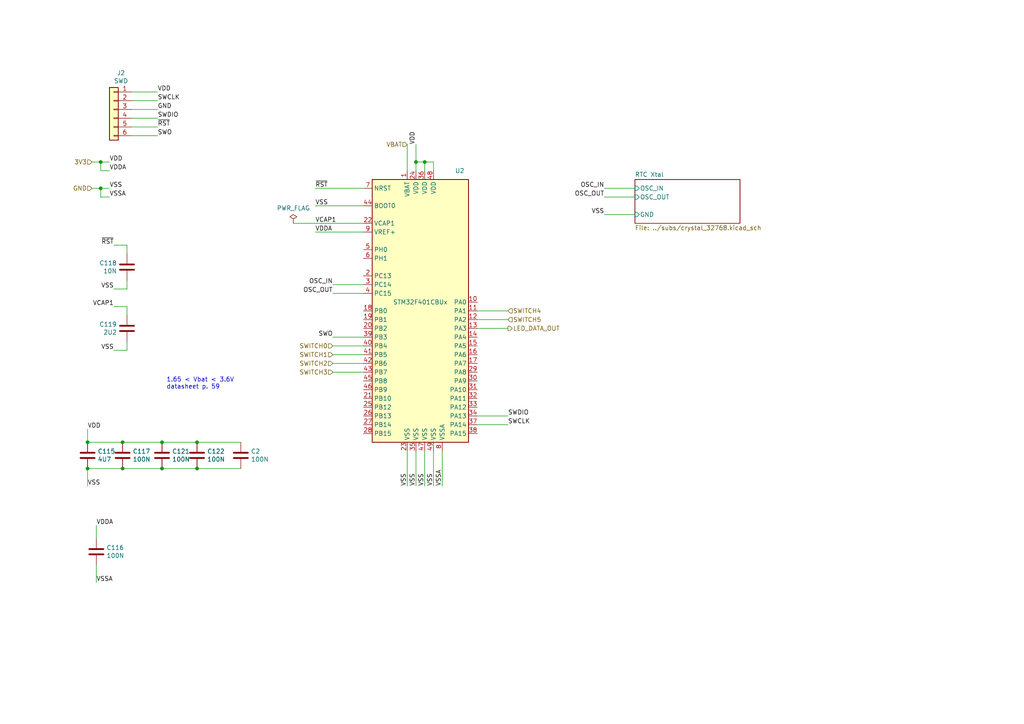
<source format=kicad_sch>
(kicad_sch (version 20211123) (generator eeschema)
  (paper "A4")
  (lib_symbols
    (symbol "Connector_Generic:Conn_01x06" (pin_names (offset 1.016) hide)
      (property "Reference" "J" (at 0 7.62 0))
      (property "Value" "Conn_01x06" (at 0 -10.16 0))
      (symbol "Conn_01x06_1_1"
        (rectangle (start -1.27 -7.493) (end 0 -7.747) (stroke (width 0.1524)))
        (rectangle (start -1.27 -4.953) (end 0 -5.207) (stroke (width 0.1524)))
        (rectangle (start -1.27 -2.413) (end 0 -2.667) (stroke (width 0.1524)))
        (rectangle (start -1.27 0.127) (end 0 -0.127) (stroke (width 0.1524)))
        (rectangle (start -1.27 2.667) (end 0 2.413) (stroke (width 0.1524)))
        (rectangle (start -1.27 5.207) (end 0 4.953) (stroke (width 0.1524)))
        (rectangle (start -1.27 6.35) (end 1.27 -8.89) (stroke (width 0.254)) (fill (type background)))
        (pin passive line (at -5.08 5.08 0) (length 3.81) (name "Pin_1") (number "1"))
        (pin passive line (at -5.08 2.54 0) (length 3.81) (name "Pin_2") (number "2"))
        (pin passive line (at -5.08 0 0) (length 3.81) (name "Pin_3") (number "3"))
        (pin passive line (at -5.08 -2.54 0) (length 3.81) (name "Pin_4") (number "4"))
        (pin passive line (at -5.08 -5.08 0) (length 3.81) (name "Pin_5") (number "5"))
        (pin passive line (at -5.08 -7.62 0) (length 3.81) (name "Pin_6") (number "6"))
      )
    )
    (symbol "Device:C" (pin_numbers hide) (pin_names (offset 0.254))
      (property "Reference" "C" (at 0.635 2.54 0))
      (property "Value" "C" (at 0.635 -2.54 0))
      (symbol "C_0_1"
        (polyline (pts (xy -2.032 -0.762) (xy 2.032 -0.762)) (stroke (width 0.508)))
        (polyline (pts (xy -2.032 0.762) (xy 2.032 0.762)) (stroke (width 0.508)))
      )
      (symbol "C_1_1"
        (pin passive line (at 0 3.81 270) (length 2.794) (name "~") (number "1"))
        (pin passive line (at 0 -3.81 90) (length 2.794) (name "~") (number "2"))
      )
    )
    (symbol "MCU_ST_STM32F4:STM32F401CBUx"
      (property "Reference" "U" (at -15.24 39.37 0))
      (property "Value" "STM32F401CBUx" (at 5.08 39.37 0))
      (symbol "STM32F401CBUx_0_1"
        (rectangle (start -15.24 -38.1) (end 12.7 38.1) (stroke (width 0.254)) (fill (type background)))
      )
      (symbol "STM32F401CBUx_1_1"
        (pin power_in line (at -5.08 40.64 270) (length 2.54) (name "VBAT") (number "1"))
        (pin bidirectional line (at 15.24 2.54 180) (length 2.54) (name "PA0") (number "10"))
        (pin bidirectional line (at 15.24 0 180) (length 2.54) (name "PA1") (number "11"))
        (pin bidirectional line (at 15.24 -2.54 180) (length 2.54) (name "PA2") (number "12"))
        (pin bidirectional line (at 15.24 -5.08 180) (length 2.54) (name "PA3") (number "13"))
        (pin bidirectional line (at 15.24 -7.62 180) (length 2.54) (name "PA4") (number "14"))
        (pin bidirectional line (at 15.24 -10.16 180) (length 2.54) (name "PA5") (number "15"))
        (pin bidirectional line (at 15.24 -12.7 180) (length 2.54) (name "PA6") (number "16"))
        (pin bidirectional line (at 15.24 -15.24 180) (length 2.54) (name "PA7") (number "17"))
        (pin bidirectional line (at -17.78 0 0) (length 2.54) (name "PB0") (number "18"))
        (pin bidirectional line (at -17.78 -2.54 0) (length 2.54) (name "PB1") (number "19"))
        (pin bidirectional line (at -17.78 10.16 0) (length 2.54) (name "PC13") (number "2"))
        (pin bidirectional line (at -17.78 -5.08 0) (length 2.54) (name "PB2") (number "20"))
        (pin bidirectional line (at -17.78 -25.4 0) (length 2.54) (name "PB10") (number "21"))
        (pin power_in line (at -17.78 25.4 0) (length 2.54) (name "VCAP1") (number "22"))
        (pin power_in line (at -5.08 -40.64 90) (length 2.54) (name "VSS") (number "23"))
        (pin power_in line (at -2.54 40.64 270) (length 2.54) (name "VDD") (number "24"))
        (pin bidirectional line (at -17.78 -27.94 0) (length 2.54) (name "PB12") (number "25"))
        (pin bidirectional line (at -17.78 -30.48 0) (length 2.54) (name "PB13") (number "26"))
        (pin bidirectional line (at -17.78 -33.02 0) (length 2.54) (name "PB14") (number "27"))
        (pin bidirectional line (at -17.78 -35.56 0) (length 2.54) (name "PB15") (number "28"))
        (pin bidirectional line (at 15.24 -17.78 180) (length 2.54) (name "PA8") (number "29"))
        (pin bidirectional line (at -17.78 7.62 0) (length 2.54) (name "PC14") (number "3"))
        (pin bidirectional line (at 15.24 -20.32 180) (length 2.54) (name "PA9") (number "30"))
        (pin bidirectional line (at 15.24 -22.86 180) (length 2.54) (name "PA10") (number "31"))
        (pin bidirectional line (at 15.24 -25.4 180) (length 2.54) (name "PA11") (number "32"))
        (pin bidirectional line (at 15.24 -27.94 180) (length 2.54) (name "PA12") (number "33"))
        (pin bidirectional line (at 15.24 -30.48 180) (length 2.54) (name "PA13") (number "34"))
        (pin power_in line (at -2.54 -40.64 90) (length 2.54) (name "VSS") (number "35"))
        (pin power_in line (at 0 40.64 270) (length 2.54) (name "VDD") (number "36"))
        (pin bidirectional line (at 15.24 -33.02 180) (length 2.54) (name "PA14") (number "37"))
        (pin bidirectional line (at 15.24 -35.56 180) (length 2.54) (name "PA15") (number "38"))
        (pin bidirectional line (at -17.78 -7.62 0) (length 2.54) (name "PB3") (number "39"))
        (pin bidirectional line (at -17.78 5.08 0) (length 2.54) (name "PC15") (number "4"))
        (pin bidirectional line (at -17.78 -10.16 0) (length 2.54) (name "PB4") (number "40"))
        (pin bidirectional line (at -17.78 -12.7 0) (length 2.54) (name "PB5") (number "41"))
        (pin bidirectional line (at -17.78 -15.24 0) (length 2.54) (name "PB6") (number "42"))
        (pin bidirectional line (at -17.78 -17.78 0) (length 2.54) (name "PB7") (number "43"))
        (pin input line (at -17.78 30.48 0) (length 2.54) (name "BOOT0") (number "44"))
        (pin bidirectional line (at -17.78 -20.32 0) (length 2.54) (name "PB8") (number "45"))
        (pin bidirectional line (at -17.78 -22.86 0) (length 2.54) (name "PB9") (number "46"))
        (pin power_in line (at 0 -40.64 90) (length 2.54) (name "VSS") (number "47"))
        (pin power_in line (at 2.54 40.64 270) (length 2.54) (name "VDD") (number "48"))
        (pin power_in line (at 2.54 -40.64 90) (length 2.54) (name "VSS") (number "49"))
        (pin input line (at -17.78 17.78 0) (length 2.54) (name "PH0") (number "5"))
        (pin input line (at -17.78 15.24 0) (length 2.54) (name "PH1") (number "6"))
        (pin input line (at -17.78 35.56 0) (length 2.54) (name "NRST") (number "7"))
        (pin power_in line (at 5.08 -40.64 90) (length 2.54) (name "VSSA") (number "8"))
        (pin power_in line (at -17.78 22.86 0) (length 2.54) (name "VREF+") (number "9"))
      )
    )
    (symbol "power:PWR_FLAG" (power) (pin_numbers hide) (pin_names (offset 0) hide)
      (property "Value" "PWR_FLAG" (at 0 3.81 0))
      (symbol "PWR_FLAG_0_0"
        (pin power_out line (at 0 0 90) (length 0) (name "pwr") (number "1"))
      )
      (symbol "PWR_FLAG_0_1"
        (polyline (pts (xy 0 0) (xy 0 1.27) (xy -1.016 1.905) (xy 0 2.54) (xy 1.016 1.905) (xy 0 1.27)))
      )
    )
  )
  (junction (at 46.99 135.89))
  (junction (at 57.15 128.27))
  (junction (at 120.65 46.99))
  (junction (at 35.56 135.89))
  (junction (at 57.15 135.89))
  (junction (at 25.4 135.89))
  (junction (at 25.4 128.27))
  (junction (at 29.21 54.61))
  (junction (at 35.56 128.27))
  (junction (at 29.21 46.99))
  (junction (at 123.19 46.99))
  (junction (at 46.99 128.27))
  (wire (pts (xy 38.1 34.29) (xy 45.72 34.29)))
  (wire (pts (xy 45.72 26.67) (xy 38.1 26.67)))
  (wire (pts (xy 120.65 41.91) (xy 120.65 46.99)))
  (wire (pts (xy 29.21 57.15) (xy 29.21 54.61)))
  (wire (pts (xy 147.32 123.19) (xy 138.43 123.19)))
  (wire (pts (xy 27.94 168.91) (xy 27.94 163.83)))
  (wire (pts (xy 29.21 49.53) (xy 31.75 49.53)))
  (wire (pts (xy 38.1 31.75) (xy 45.72 31.75)))
  (wire (pts (xy 128.27 130.81) (xy 128.27 140.97)))
  (wire (pts (xy 36.83 88.9) (xy 36.83 91.44)))
  (wire (pts (xy 118.11 49.53) (xy 118.11 41.91)))
  (wire (pts (xy 46.99 135.89) (xy 35.56 135.89)))
  (wire (pts (xy 120.65 140.97) (xy 120.65 130.81)))
  (wire (pts (xy 26.67 46.99) (xy 29.21 46.99)))
  (wire (pts (xy 91.44 67.31) (xy 105.41 67.31)))
  (wire (pts (xy 46.99 128.27) (xy 57.15 128.27)))
  (wire (pts (xy 147.32 90.17) (xy 138.43 90.17)))
  (wire (pts (xy 36.83 101.6) (xy 36.83 99.06)))
  (wire (pts (xy 33.02 83.82) (xy 36.83 83.82)))
  (wire (pts (xy 29.21 46.99) (xy 29.21 49.53)))
  (wire (pts (xy 118.11 140.97) (xy 118.11 130.81)))
  (wire (pts (xy 123.19 49.53) (xy 123.19 46.99)))
  (wire (pts (xy 27.94 152.4) (xy 27.94 156.21)))
  (wire (pts (xy 123.19 46.99) (xy 125.73 46.99)))
  (wire (pts (xy 147.32 120.65) (xy 138.43 120.65)))
  (wire (pts (xy 33.02 88.9) (xy 36.83 88.9)))
  (wire (pts (xy 35.56 135.89) (xy 25.4 135.89)))
  (wire (pts (xy 29.21 54.61) (xy 26.67 54.61)))
  (wire (pts (xy 105.41 97.79) (xy 96.52 97.79)))
  (wire (pts (xy 29.21 57.15) (xy 31.75 57.15)))
  (wire (pts (xy 96.52 102.87) (xy 105.41 102.87)))
  (wire (pts (xy 175.26 62.23) (xy 184.15 62.23)))
  (wire (pts (xy 147.32 95.25) (xy 138.43 95.25)))
  (wire (pts (xy 85.09 64.77) (xy 105.41 64.77)))
  (wire (pts (xy 96.52 85.09) (xy 105.41 85.09)))
  (wire (pts (xy 35.56 128.27) (xy 46.99 128.27)))
  (wire (pts (xy 25.4 128.27) (xy 35.56 128.27)))
  (wire (pts (xy 96.52 105.41) (xy 105.41 105.41)))
  (wire (pts (xy 120.65 46.99) (xy 120.65 49.53)))
  (wire (pts (xy 57.15 128.27) (xy 69.85 128.27)))
  (wire (pts (xy 45.72 29.21) (xy 38.1 29.21)))
  (wire (pts (xy 91.44 54.61) (xy 105.41 54.61)))
  (wire (pts (xy 96.52 82.55) (xy 105.41 82.55)))
  (wire (pts (xy 36.83 71.12) (xy 36.83 73.66)))
  (wire (pts (xy 123.19 46.99) (xy 120.65 46.99)))
  (wire (pts (xy 175.26 57.15) (xy 184.15 57.15)))
  (wire (pts (xy 36.83 83.82) (xy 36.83 81.28)))
  (wire (pts (xy 38.1 36.83) (xy 45.72 36.83)))
  (wire (pts (xy 69.85 135.89) (xy 57.15 135.89)))
  (wire (pts (xy 123.19 140.97) (xy 123.19 130.81)))
  (wire (pts (xy 96.52 107.95) (xy 105.41 107.95)))
  (wire (pts (xy 96.52 100.33) (xy 105.41 100.33)))
  (wire (pts (xy 125.73 46.99) (xy 125.73 49.53)))
  (wire (pts (xy 91.44 59.69) (xy 105.41 59.69)))
  (wire (pts (xy 33.02 71.12) (xy 36.83 71.12)))
  (wire (pts (xy 25.4 140.97) (xy 25.4 135.89)))
  (wire (pts (xy 45.72 39.37) (xy 38.1 39.37)))
  (wire (pts (xy 25.4 124.46) (xy 25.4 128.27)))
  (wire (pts (xy 147.32 92.71) (xy 138.43 92.71)))
  (wire (pts (xy 175.26 54.61) (xy 184.15 54.61)))
  (wire (pts (xy 31.75 54.61) (xy 29.21 54.61)))
  (wire (pts (xy 57.15 135.89) (xy 46.99 135.89)))
  (wire (pts (xy 31.75 46.99) (xy 29.21 46.99)))
  (wire (pts (xy 125.73 140.97) (xy 125.73 130.81)))
  (wire (pts (xy 33.02 101.6) (xy 36.83 101.6)))
  (text "1.65 < Vbat < 3.6V\ndatasheet p. 59" (at 48.26 113.03 0) (effects (font (size 1.27 1.27)) (justify left bottom)))
  (label "VDD" (at 45.72 26.67 0))
  (label "SWCLK" (at 45.72 29.21 0))
  (label "VSS" (at 91.44 59.69 0))
  (label "OSC_OUT" (at 96.52 85.09 180))
  (label "VSS" (at 33.02 83.82 180))
  (label "~{RST}" (at 91.44 54.61 0))
  (label "VDD" (at 120.65 41.91 90))
  (label "SWO" (at 45.72 39.37 0))
  (label "SWO" (at 96.52 97.79 180))
  (label "VDDA" (at 91.44 67.31 0))
  (label "VSS" (at 33.02 101.6 180))
  (label "VSS" (at 118.11 140.97 90))
  (label "VSS" (at 120.65 140.97 90))
  (label "SWDIO" (at 45.72 34.29 0))
  (label "OSC_IN" (at 175.26 54.61 180))
  (label "VSS" (at 125.73 140.97 90))
  (label "VSSA" (at 128.27 140.97 90))
  (label "VDD" (at 31.75 46.99 0))
  (label "SWDIO" (at 147.32 120.65 0))
  (label "VSS" (at 123.19 140.97 90))
  (label "VSS" (at 25.4 140.97 0))
  (label "VCAP1" (at 91.44 64.77 0))
  (label "VSSA" (at 27.94 168.91 0))
  (label "GND" (at 45.72 31.75 0))
  (label "OSC_IN" (at 96.52 82.55 180))
  (label "VSSA" (at 31.75 57.15 0))
  (label "VSS" (at 175.26 62.23 180))
  (label "OSC_OUT" (at 175.26 57.15 180))
  (label "SWCLK" (at 147.32 123.19 0))
  (label "VSS" (at 31.75 54.61 0))
  (label "VCAP1" (at 33.02 88.9 180))
  (label "~{RST}" (at 45.72 36.83 0))
  (label "VDD" (at 25.4 124.46 0))
  (label "VDDA" (at 27.94 152.4 0))
  (label "~{RST}" (at 33.02 71.12 180))
  (label "VDDA" (at 31.75 49.53 0))
  (hierarchical_label "SWITCH1" (shape input) (at 96.52 102.87 180))
  (hierarchical_label "SWITCH5" (shape input) (at 147.32 92.71 0))
  (hierarchical_label "GND" (shape input) (at 26.67 54.61 180))
  (hierarchical_label "VBAT" (shape input) (at 118.11 41.91 180))
  (hierarchical_label "SWITCH0" (shape input) (at 96.52 100.33 180))
  (hierarchical_label "SWITCH4" (shape input) (at 147.32 90.17 0))
  (hierarchical_label "3V3" (shape input) (at 26.67 46.99 180))
  (hierarchical_label "LED_DATA_OUT" (shape output) (at 147.32 95.25 0))
  (hierarchical_label "SWITCH2" (shape input) (at 96.52 105.41 180))
  (hierarchical_label "SWITCH3" (shape input) (at 96.52 107.95 180))
  (symbol (lib_id "power:PWR_FLAG") (at 85.09 64.77 0) (unit 1)
    (property "Reference" "#FLG0103" (effects hide))
    (property "Value" "PWR_FLAG" (at 85.09 60.3758 0))
  )
  (symbol (lib_id "Device:C") (at 36.83 77.47 0) (mirror y) (unit 1)
    (property "Reference" "C118" (at 33.909 76.3016 0) (effects (justify left)))
    (property "Value" "10N" (at 33.909 78.613 0) (effects (justify left)))
    (property "Footprint" "Capacitor_SMD:C_0402_1005Metric" (effects hide))
  )
  (symbol (lib_id "Device:C") (at 35.56 132.08 0) (unit 1)
    (property "Reference" "C117" (at 38.481 130.9116 0) (effects (justify left)))
    (property "Value" "100N" (at 38.481 133.223 0) (effects (justify left)))
    (property "Footprint" "Capacitor_SMD:C_0402_1005Metric" (effects hide))
  )
  (symbol (lib_id "Device:C") (at 25.4 132.08 0) (unit 1)
    (property "Reference" "C115" (at 28.321 130.9116 0) (effects (justify left)))
    (property "Value" "4U7" (at 28.321 133.223 0) (effects (justify left)))
    (property "Footprint" "Capacitor_SMD:C_0402_1005Metric" (effects hide))
  )
  (symbol (lib_id "Device:C") (at 46.99 132.08 0) (unit 1)
    (property "Reference" "C121" (at 49.911 130.9116 0) (effects (justify left)))
    (property "Value" "100N" (at 49.911 133.223 0) (effects (justify left)))
    (property "Footprint" "Capacitor_SMD:C_0402_1005Metric" (effects hide))
  )
  (symbol (lib_id "Device:C") (at 27.94 160.02 0) (unit 1)
    (property "Reference" "C116" (at 30.861 158.8516 0) (effects (justify left)))
    (property "Value" "100N" (at 30.861 161.163 0) (effects (justify left)))
    (property "Footprint" "Capacitor_SMD:C_0402_1005Metric" (effects hide))
  )
  (symbol (lib_id "Device:C") (at 36.83 95.25 0) (mirror y) (unit 1)
    (property "Reference" "C119" (at 33.909 94.0816 0) (effects (justify left)))
    (property "Value" "2U2" (at 33.909 96.393 0) (effects (justify left)))
    (property "Footprint" "Capacitor_SMD:C_0402_1005Metric" (effects hide))
  )
  (symbol (lib_id "Device:C") (at 57.15 132.08 0) (unit 1)
    (property "Reference" "C122" (at 60.071 130.9116 0) (effects (justify left)))
    (property "Value" "100N" (at 60.071 133.223 0) (effects (justify left)))
    (property "Footprint" "Capacitor_SMD:C_0402_1005Metric" (effects hide))
  )
  (symbol (lib_id "MCU_ST_STM32F4:STM32F401CBUx") (at 123.19 90.17 0) (unit 1)
    (property "Reference" "U2" (at 133.35 49.53 0))
    (property "Value" "STM32F401CBUx" (at 121.92 87.63 0))
    (property "Footprint" "Package_DFN_QFN:QFN-48-1EP_7x7mm_P0.5mm_EP5.6x5.6mm" (effects hide))
    (property "Datasheet" "http://www.st.com/st-web-ui/static/active/en/resource/technical/document/datasheet/DM00086815.pdf" (effects hide))
  )
  (symbol (lib_id "Connector_Generic:Conn_01x06") (at 33.02 31.75 0) (mirror y) (unit 1)
    (property "Reference" "J2" (at 35.1028 21.1582 0))
    (property "Value" "SWD" (at 35.1028 23.4696 0))
    (property "Footprint" "Connector_PinHeader_2.54mm:PinHeader_1x06_P2.54mm_Vertical" (effects hide))
  )
  (symbol (lib_id "Device:C") (at 69.85 132.08 0) (unit 1)
    (property "Reference" "C2" (at 72.771 130.9116 0) (effects (justify left)))
    (property "Value" "100N" (at 72.771 133.223 0) (effects (justify left)))
    (property "Footprint" "Capacitor_SMD:C_0402_1005Metric" (effects hide))
  )
  (sheet (at 184.15 52.07) (size 30.48 12.7)
    (property "Sheet name" "RTC Xtal" (at 184.15 51.3584 0) (effects (justify left bottom)))
    (property "Sheet file" "../subs/crystal_32768.kicad_sch" (at 184.15 65.3546 0) (effects (justify left top)))
    (pin "OSC_IN" input (at 184.15 54.61 180))
    (pin "OSC_OUT" input (at 184.15 57.15 180))
    (pin "GND" input (at 184.15 62.23 180))
  )
)
</source>
